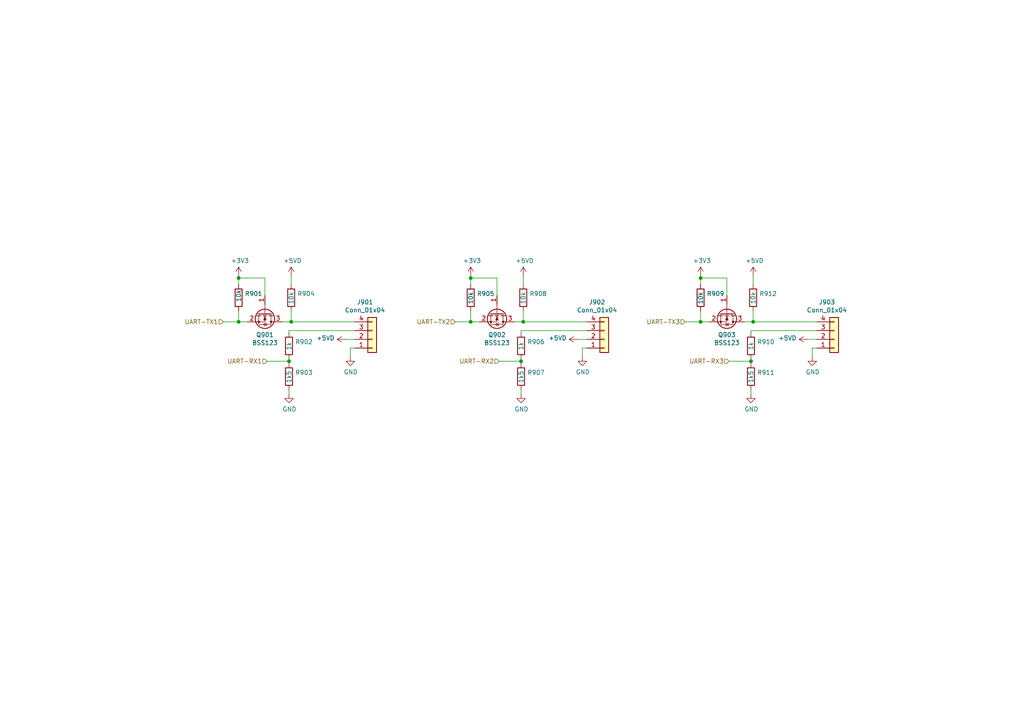
<source format=kicad_sch>
(kicad_sch (version 20211123) (generator eeschema)
  (paper "A4")
  (title_block (title "Connector Cube V2") (date "2021-12-21") (rev "V2.00A") (company "CubeDeb-F4DEB"))
  (lib_symbols
    (symbol "Connector_Generic:Conn_01x04" (pin_names (offset 1.016) hide)
      (property "Reference" "J" (at 0 5.08 0))
      (property "Value" "Connector_Generic_Conn_01x04" (at 0 -7.62 0))
      (symbol "Conn_01x04_1_1"
        (rectangle (start -1.27 -4.953) (end 0 -5.207) (stroke (width 0.1524)))
        (rectangle (start -1.27 -2.413) (end 0 -2.667) (stroke (width 0.1524)))
        (rectangle (start -1.27 0.127) (end 0 -0.127) (stroke (width 0.1524)))
        (rectangle (start -1.27 2.667) (end 0 2.413) (stroke (width 0.1524)))
        (rectangle (start -1.27 3.81) (end 1.27 -6.35) (stroke (width 0.254)) (fill (type background)))
        (pin passive line (at -5.08 2.54 0) (length 3.81) (name "Pin_1") (number "1"))
        (pin passive line (at -5.08 0 0) (length 3.81) (name "Pin_2") (number "2"))
        (pin passive line (at -5.08 -2.54 0) (length 3.81) (name "Pin_3") (number "3"))
        (pin passive line (at -5.08 -5.08 0) (length 3.81) (name "Pin_4") (number "4"))
      )
    )
    (symbol "Device:R" (pin_numbers hide) (pin_names (offset 0))
      (property "Reference" "R" (at 2.032 0 90))
      (property "Value" "Device_R" (at 0 0 90))
      (symbol "R_0_1"
        (rectangle (start -1.016 -2.54) (end 1.016 2.54) (stroke (width 0.254)))
      )
      (symbol "R_1_1"
        (pin passive line (at 0 3.81 270) (length 1.27) (name "~") (number "1"))
        (pin passive line (at 0 -3.81 90) (length 1.27) (name "~") (number "2"))
      )
    )
    (symbol "Transistor_FET:BSS123" (pin_names hide)
      (property "Reference" "Q" (at 5.08 1.905 0))
      (property "Value" "Transistor_FET_BSS123" (at 5.08 0 0))
      (symbol "BSS123_0_1"
        (polyline (pts (xy 0.254 0) (xy -2.54 0)))
        (polyline (pts (xy 0.254 1.905) (xy 0.254 -1.905)) (stroke (width 0.254)))
        (polyline (pts (xy 0.762 -1.27) (xy 0.762 -2.286)) (stroke (width 0.254)))
        (polyline (pts (xy 0.762 0.508) (xy 0.762 -0.508)) (stroke (width 0.254)))
        (polyline (pts (xy 0.762 2.286) (xy 0.762 1.27)) (stroke (width 0.254)))
        (polyline (pts (xy 2.54 2.54) (xy 2.54 1.778)))
        (polyline (pts (xy 2.54 -2.54) (xy 2.54 0) (xy 0.762 0)))
        (polyline (pts (xy 0.762 -1.778) (xy 3.302 -1.778) (xy 3.302 1.778) (xy 0.762 1.778)))
        (polyline (pts (xy 1.016 0) (xy 2.032 0.381) (xy 2.032 -0.381) (xy 1.016 0)) (fill (type outline)))
        (polyline (pts (xy 2.794 0.508) (xy 2.921 0.381) (xy 3.683 0.381) (xy 3.81 0.254)))
        (polyline (pts (xy 3.302 0.381) (xy 2.921 -0.254) (xy 3.683 -0.254) (xy 3.302 0.381)))
        (circle (center 1.651 0) (radius 2.794) (stroke (width 0.254)))
        (circle (center 2.54 -1.778) (radius 0.254) (fill (type outline)))
        (circle (center 2.54 1.778) (radius 0.254) (fill (type outline)))
      )
      (symbol "BSS123_1_1"
        (pin input line (at -5.08 0 0) (length 2.54) (name "G") (number "1"))
        (pin passive line (at 2.54 -5.08 90) (length 2.54) (name "S") (number "2"))
        (pin passive line (at 2.54 5.08 270) (length 2.54) (name "D") (number "3"))
      )
    )
    (symbol "power:+3.3V" (power) (pin_names (offset 0))
      (property "Value" "power_+3.3V" (at 0 3.556 0))
      (symbol "+3.3V_0_1"
        (polyline (pts (xy -0.762 1.27) (xy 0 2.54)))
        (polyline (pts (xy 0 0) (xy 0 2.54)))
        (polyline (pts (xy 0 2.54) (xy 0.762 1.27)))
      )
      (symbol "+3.3V_1_1"
        (pin power_in line (at 0 0 90) (length 0) hide (name "+3V3") (number "1"))
      )
    )
    (symbol "power:+5VD" (power) (pin_names (offset 0))
      (property "Value" "power_+5VD" (at 0 3.556 0))
      (symbol "+5VD_0_1"
        (polyline (pts (xy -0.762 1.27) (xy 0 2.54)))
        (polyline (pts (xy 0 0) (xy 0 2.54)))
        (polyline (pts (xy 0 2.54) (xy 0.762 1.27)))
      )
      (symbol "+5VD_1_1"
        (pin power_in line (at 0 0 90) (length 0) hide (name "+5VD") (number "1"))
      )
    )
    (symbol "power:GND" (power) (pin_names (offset 0))
      (property "Value" "power_GND" (at 0 -3.81 0))
      (symbol "GND_0_1"
        (polyline (pts (xy 0 0) (xy 0 -1.27) (xy 1.27 -1.27) (xy 0 -2.54) (xy -1.27 -1.27) (xy 0 -1.27)))
      )
      (symbol "GND_1_1"
        (pin power_in line (at 0 0 270) (length 0) hide (name "GND") (number "1"))
      )
    )
  )
  (junction (at 151.765 93.345))
  (junction (at 69.215 80.645))
  (junction (at 217.805 104.775))
  (junction (at 151.13 104.775))
  (junction (at 203.2 93.345))
  (junction (at 83.82 104.775))
  (junction (at 136.525 80.645))
  (junction (at 203.2 80.645))
  (junction (at 84.455 93.345))
  (junction (at 136.525 93.345))
  (junction (at 218.44 93.345))
  (junction (at 69.215 93.345))
  (wire (pts (xy 235.585 100.965) (xy 235.585 103.505)))
  (wire (pts (xy 210.82 80.645) (xy 210.82 85.725)))
  (wire (pts (xy 217.805 104.775) (xy 211.455 104.775)))
  (wire (pts (xy 69.215 90.17) (xy 69.215 93.345)))
  (wire (pts (xy 136.525 82.55) (xy 136.525 80.645)))
  (wire (pts (xy 69.215 82.55) (xy 69.215 80.645)))
  (wire (pts (xy 151.765 82.55) (xy 151.765 80.01)))
  (wire (pts (xy 151.765 93.345) (xy 170.18 93.345)))
  (wire (pts (xy 151.13 95.885) (xy 170.18 95.885)))
  (wire (pts (xy 168.91 100.965) (xy 168.91 103.505)))
  (wire (pts (xy 136.525 80.645) (xy 136.525 80.01)))
  (wire (pts (xy 151.13 96.52) (xy 151.13 95.885)))
  (wire (pts (xy 170.18 100.965) (xy 168.91 100.965)))
  (wire (pts (xy 136.525 93.345) (xy 132.08 93.345)))
  (wire (pts (xy 84.455 93.345) (xy 102.87 93.345)))
  (wire (pts (xy 83.82 104.775) (xy 77.47 104.775)))
  (wire (pts (xy 151.13 104.775) (xy 144.78 104.775)))
  (wire (pts (xy 83.82 104.14) (xy 83.82 104.775)))
  (wire (pts (xy 217.805 95.885) (xy 236.855 95.885)))
  (wire (pts (xy 136.525 90.17) (xy 136.525 93.345)))
  (wire (pts (xy 83.82 104.775) (xy 83.82 105.41)))
  (wire (pts (xy 151.765 90.17) (xy 151.765 93.345)))
  (wire (pts (xy 84.455 82.55) (xy 84.455 80.01)))
  (wire (pts (xy 236.855 98.425) (xy 234.315 98.425)))
  (wire (pts (xy 203.2 82.55) (xy 203.2 80.645)))
  (wire (pts (xy 217.805 96.52) (xy 217.805 95.885)))
  (wire (pts (xy 203.2 90.17) (xy 203.2 93.345)))
  (wire (pts (xy 203.2 93.345) (xy 205.74 93.345)))
  (wire (pts (xy 151.13 104.775) (xy 151.13 105.41)))
  (wire (pts (xy 83.82 113.03) (xy 83.82 114.3)))
  (wire (pts (xy 203.2 80.645) (xy 210.82 80.645)))
  (wire (pts (xy 203.2 80.645) (xy 203.2 80.01)))
  (wire (pts (xy 83.82 96.52) (xy 83.82 95.885)))
  (wire (pts (xy 236.855 100.965) (xy 235.585 100.965)))
  (wire (pts (xy 217.805 104.775) (xy 217.805 105.41)))
  (wire (pts (xy 217.805 104.14) (xy 217.805 104.775)))
  (wire (pts (xy 218.44 93.345) (xy 236.855 93.345)))
  (wire (pts (xy 81.915 93.345) (xy 84.455 93.345)))
  (wire (pts (xy 203.2 93.345) (xy 198.755 93.345)))
  (wire (pts (xy 69.215 80.645) (xy 76.835 80.645)))
  (wire (pts (xy 149.225 93.345) (xy 151.765 93.345)))
  (wire (pts (xy 151.13 104.14) (xy 151.13 104.775)))
  (wire (pts (xy 83.82 95.885) (xy 102.87 95.885)))
  (wire (pts (xy 69.215 93.345) (xy 71.755 93.345)))
  (wire (pts (xy 84.455 90.17) (xy 84.455 93.345)))
  (wire (pts (xy 218.44 90.17) (xy 218.44 93.345)))
  (wire (pts (xy 215.9 93.345) (xy 218.44 93.345)))
  (wire (pts (xy 102.87 98.425) (xy 100.33 98.425)))
  (wire (pts (xy 76.835 80.645) (xy 76.835 85.725)))
  (wire (pts (xy 218.44 82.55) (xy 218.44 80.01)))
  (wire (pts (xy 69.215 93.345) (xy 64.77 93.345)))
  (wire (pts (xy 102.87 100.965) (xy 101.6 100.965)))
  (wire (pts (xy 101.6 100.965) (xy 101.6 103.505)))
  (wire (pts (xy 170.18 98.425) (xy 167.64 98.425)))
  (wire (pts (xy 136.525 80.645) (xy 144.145 80.645)))
  (wire (pts (xy 136.525 93.345) (xy 139.065 93.345)))
  (wire (pts (xy 217.805 113.03) (xy 217.805 114.3)))
  (wire (pts (xy 144.145 80.645) (xy 144.145 85.725)))
  (wire (pts (xy 69.215 80.645) (xy 69.215 80.01)))
  (wire (pts (xy 151.13 113.03) (xy 151.13 114.3)))
  (hierarchical_label "UART-TX1" (shape input) (at 64.77 93.345 180))
  (hierarchical_label "UART-TX3" (shape input) (at 198.755 93.345 180))
  (hierarchical_label "UART-RX3" (shape input) (at 211.455 104.775 180))
  (hierarchical_label "UART-RX1" (shape input) (at 77.47 104.775 180))
  (hierarchical_label "UART-RX2" (shape input) (at 144.78 104.775 180))
  (hierarchical_label "UART-TX2" (shape input) (at 132.08 93.345 180))
  (symbol (lib_id "Connector_Generic:Conn_01x04") (at 107.95 98.425 0) (mirror x) (unit 1)
    (property "Reference" "J901" (at 105.8672 87.63 0))
    (property "Value" "Conn_01x04" (at 105.8672 89.9414 0))
    (property "Footprint" "Connector_JST:JST_GH_BM04B-GHS-TBT_1x04-1MP_P1.25mm_Vertical" (effects hide))
  )
  (symbol (lib_id "Device:R") (at 83.82 109.22 0) (unit 1)
    (property "Reference" "R903" (at 85.598 108.0516 0) (effects (justify left)))
    (property "Value" "1k5" (at 83.82 111.125 90) (effects (justify left)))
    (property "Footprint" "Resistor_SMD:R_0603_1608Metric" (effects hide))
  )
  (symbol (lib_id "Device:R") (at 83.82 100.33 0) (unit 1)
    (property "Reference" "R902" (at 85.598 99.1616 0) (effects (justify left)))
    (property "Value" "1k" (at 83.82 101.6 90) (effects (justify left)))
    (property "Footprint" "Resistor_SMD:R_0603_1608Metric" (effects hide))
  )
  (symbol (lib_id "Device:R") (at 69.215 86.36 0) (unit 1)
    (property "Reference" "R901" (at 70.993 85.1916 0) (effects (justify left)))
    (property "Value" "10k" (at 69.215 87.63 90) (effects (justify left)))
    (property "Footprint" "Resistor_SMD:R_0603_1608Metric" (effects hide))
  )
  (symbol (lib_id "Device:R") (at 84.455 86.36 0) (unit 1)
    (property "Reference" "R904" (at 86.233 85.1916 0) (effects (justify left)))
    (property "Value" "10k" (at 84.455 88.265 90) (effects (justify left)))
    (property "Footprint" "Resistor_SMD:R_0603_1608Metric" (effects hide))
  )
  (symbol (lib_id "Transistor_FET:BSS123") (at 76.835 90.805 270) (unit 1)
    (property "Reference" "Q901" (at 76.835 97.1296 90))
    (property "Value" "BSS123" (at 76.835 99.441 90))
    (property "Footprint" "Package_TO_SOT_SMD:SOT-23" (effects hide))
    (property "Datasheet" "http://www.diodes.com/assets/Datasheets/ds30366.pdf" (effects hide))
  )
  (symbol (lib_id "power:+3.3V") (at 69.215 80.01 0) (unit 1)
    (property "Reference" "#PWR0227" (effects hide))
    (property "Value" "+3.3V" (at 69.596 75.6158 0))
  )
  (symbol (lib_id "power:+5VD") (at 84.455 80.01 0) (unit 1)
    (property "Reference" "#PWR0228" (effects hide))
    (property "Value" "+5VD" (at 84.836 75.6158 0))
  )
  (symbol (lib_id "power:GND") (at 83.82 114.3 0) (unit 1)
    (property "Reference" "#PWR0229" (effects hide))
    (property "Value" "GND" (at 83.947 118.6942 0))
  )
  (symbol (lib_id "power:GND") (at 101.6 103.505 0) (unit 1)
    (property "Reference" "#PWR0230" (effects hide))
    (property "Value" "GND" (at 101.727 107.8992 0))
  )
  (symbol (lib_id "power:+5VD") (at 100.33 98.425 90) (unit 1)
    (property "Reference" "#PWR0231" (effects hide))
    (property "Value" "+5VD" (at 97.0788 98.044 90) (effects (justify left)))
  )
  (symbol (lib_id "Connector_Generic:Conn_01x04") (at 175.26 98.425 0) (mirror x) (unit 1)
    (property "Reference" "J902" (at 173.1772 87.63 0))
    (property "Value" "Conn_01x04" (at 173.1772 89.9414 0))
    (property "Footprint" "Connector_JST:JST_GH_BM04B-GHS-TBT_1x04-1MP_P1.25mm_Vertical" (effects hide))
  )
  (symbol (lib_id "Device:R") (at 151.13 109.22 0) (unit 1)
    (property "Reference" "R907" (at 152.908 108.0516 0) (effects (justify left)))
    (property "Value" "1k5" (at 151.13 111.125 90) (effects (justify left)))
    (property "Footprint" "Resistor_SMD:R_0603_1608Metric" (effects hide))
  )
  (symbol (lib_id "Device:R") (at 151.13 100.33 0) (unit 1)
    (property "Reference" "R906" (at 152.908 99.1616 0) (effects (justify left)))
    (property "Value" "1k" (at 151.13 101.6 90) (effects (justify left)))
    (property "Footprint" "Resistor_SMD:R_0603_1608Metric" (effects hide))
  )
  (symbol (lib_id "Device:R") (at 136.525 86.36 0) (unit 1)
    (property "Reference" "R905" (at 138.303 85.1916 0) (effects (justify left)))
    (property "Value" "10k" (at 136.525 88.265 90) (effects (justify left)))
    (property "Footprint" "Resistor_SMD:R_0603_1608Metric" (effects hide))
  )
  (symbol (lib_id "Device:R") (at 151.765 86.36 0) (unit 1)
    (property "Reference" "R908" (at 153.543 85.1916 0) (effects (justify left)))
    (property "Value" "10k" (at 151.765 88.265 90) (effects (justify left)))
    (property "Footprint" "Resistor_SMD:R_0603_1608Metric" (effects hide))
  )
  (symbol (lib_id "Transistor_FET:BSS123") (at 144.145 90.805 270) (unit 1)
    (property "Reference" "Q902" (at 144.145 97.1296 90))
    (property "Value" "BSS123" (at 144.145 99.441 90))
    (property "Footprint" "Package_TO_SOT_SMD:SOT-23" (effects hide))
    (property "Datasheet" "http://www.diodes.com/assets/Datasheets/ds30366.pdf" (effects hide))
  )
  (symbol (lib_id "power:+3.3V") (at 136.525 80.01 0) (unit 1)
    (property "Reference" "#PWR0232" (effects hide))
    (property "Value" "+3.3V" (at 136.906 75.6158 0))
  )
  (symbol (lib_id "power:+5VD") (at 151.765 80.01 0) (unit 1)
    (property "Reference" "#PWR0233" (effects hide))
    (property "Value" "+5VD" (at 152.146 75.6158 0))
  )
  (symbol (lib_id "power:GND") (at 151.13 114.3 0) (unit 1)
    (property "Reference" "#PWR0234" (effects hide))
    (property "Value" "GND" (at 151.257 118.6942 0))
  )
  (symbol (lib_id "power:GND") (at 168.91 103.505 0) (unit 1)
    (property "Reference" "#PWR0235" (effects hide))
    (property "Value" "GND" (at 169.037 107.8992 0))
  )
  (symbol (lib_id "power:+5VD") (at 167.64 98.425 90) (unit 1)
    (property "Reference" "#PWR0236" (effects hide))
    (property "Value" "+5VD" (at 164.3888 98.044 90) (effects (justify left)))
  )
  (symbol (lib_id "Connector_Generic:Conn_01x04") (at 241.935 98.425 0) (mirror x) (unit 1)
    (property "Reference" "J903" (at 239.8522 87.63 0))
    (property "Value" "Conn_01x04" (at 239.8522 89.9414 0))
    (property "Footprint" "Connector_JST:JST_GH_BM04B-GHS-TBT_1x04-1MP_P1.25mm_Vertical" (effects hide))
  )
  (symbol (lib_id "Device:R") (at 217.805 109.22 0) (unit 1)
    (property "Reference" "R911" (at 219.583 108.0516 0) (effects (justify left)))
    (property "Value" "1k5" (at 217.805 111.125 90) (effects (justify left)))
    (property "Footprint" "Resistor_SMD:R_0603_1608Metric" (effects hide))
  )
  (symbol (lib_id "Device:R") (at 217.805 100.33 0) (unit 1)
    (property "Reference" "R910" (at 219.583 99.1616 0) (effects (justify left)))
    (property "Value" "1k" (at 217.805 101.6 90) (effects (justify left)))
    (property "Footprint" "Resistor_SMD:R_0603_1608Metric" (effects hide))
  )
  (symbol (lib_id "Device:R") (at 203.2 86.36 0) (unit 1)
    (property "Reference" "R909" (at 204.978 85.1916 0) (effects (justify left)))
    (property "Value" "10k" (at 203.2 88.265 90) (effects (justify left)))
    (property "Footprint" "Resistor_SMD:R_0603_1608Metric" (effects hide))
  )
  (symbol (lib_id "Device:R") (at 218.44 86.36 0) (unit 1)
    (property "Reference" "R912" (at 220.218 85.1916 0) (effects (justify left)))
    (property "Value" "10k" (at 218.44 88.265 90) (effects (justify left)))
    (property "Footprint" "Resistor_SMD:R_0603_1608Metric" (effects hide))
  )
  (symbol (lib_id "Transistor_FET:BSS123") (at 210.82 90.805 270) (unit 1)
    (property "Reference" "Q903" (at 210.82 97.1296 90))
    (property "Value" "BSS123" (at 210.82 99.441 90))
    (property "Footprint" "Package_TO_SOT_SMD:SOT-23" (effects hide))
    (property "Datasheet" "http://www.diodes.com/assets/Datasheets/ds30366.pdf" (effects hide))
  )
  (symbol (lib_id "power:+3.3V") (at 203.2 80.01 0) (unit 1)
    (property "Reference" "#PWR0237" (effects hide))
    (property "Value" "+3.3V" (at 203.581 75.6158 0))
  )
  (symbol (lib_id "power:+5VD") (at 218.44 80.01 0) (unit 1)
    (property "Reference" "#PWR0238" (effects hide))
    (property "Value" "+5VD" (at 218.821 75.6158 0))
  )
  (symbol (lib_id "power:GND") (at 217.805 114.3 0) (unit 1)
    (property "Reference" "#PWR0239" (effects hide))
    (property "Value" "GND" (at 217.932 118.6942 0))
  )
  (symbol (lib_id "power:GND") (at 235.585 103.505 0) (unit 1)
    (property "Reference" "#PWR0240" (effects hide))
    (property "Value" "GND" (at 235.712 107.8992 0))
  )
  (symbol (lib_id "power:+5VD") (at 234.315 98.425 90) (unit 1)
    (property "Reference" "#PWR0241" (effects hide))
    (property "Value" "+5VD" (at 231.0638 98.044 90) (effects (justify left)))
  )
)
</source>
